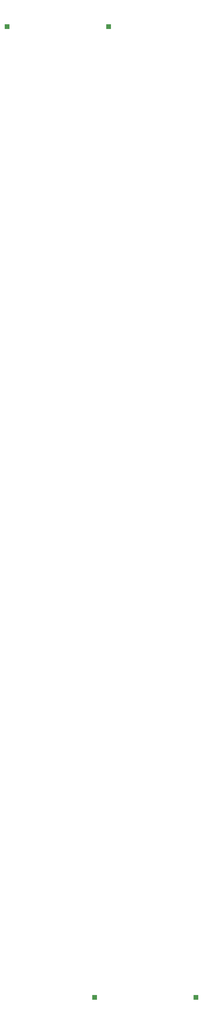
<source format=gbp>
G04 #@! TF.GenerationSoftware,KiCad,Pcbnew,6.0.0-rc2-unknown-a17a58203b~144~ubuntu21.04.1*
G04 #@! TF.CreationDate,2022-06-23T18:37:22+02:00*
G04 #@! TF.ProjectId,out,6f75742e-6b69-4636-9164-5f7063625858,rev?*
G04 #@! TF.SameCoordinates,Original*
G04 #@! TF.FileFunction,Paste,Bot*
G04 #@! TF.FilePolarity,Positive*
%FSLAX46Y46*%
G04 Gerber Fmt 4.6, Leading zero omitted, Abs format (unit mm)*
G04 Created by KiCad (PCBNEW 6.0.0-rc2-unknown-a17a58203b~144~ubuntu21.04.1) date 2022-06-23 18:37:22*
%MOMM*%
%LPD*%
G01*
G04 APERTURE LIST*
%ADD10R,2.000000X2.000000*%
G04 APERTURE END LIST*
D10*
X56550000Y-7575000D03*
X13000000Y-7575000D03*
X50530000Y-424325000D03*
X94080000Y-424325000D03*
M02*

</source>
